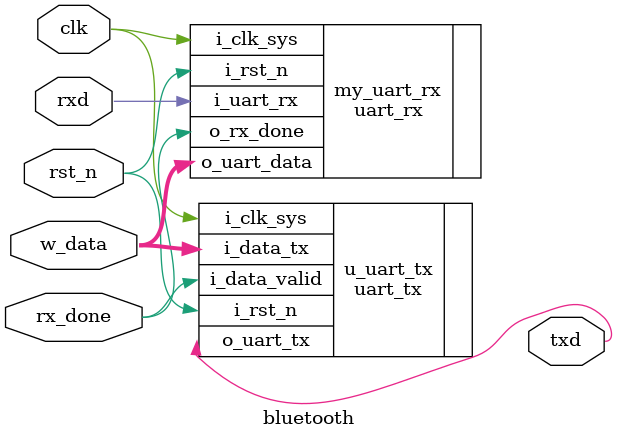
<source format=v>
`timescale 1ns / 1ps


module bluetooth(
    input clk,          //ÏµÍ³Ê±ÖÓ
    input rst_n,        //¸´Î»
    input rxd,    //MISO
    inout rx_done,      //À¶ÑÀÊäÈë½áÊø
    inout [7 : 0] w_data,//Êý¾Ý
    output  txd         //MOSI
    );
    
    uart_rx  my_uart_rx
    (
        .i_clk_sys(clk),        //ÏµÍ³Ê±ÖÓ
        .i_rst_n(rst_n),        //È«¾ÖÒì²½¸´Î»,µÍµçÆ½ÓÐÐ§
        .i_uart_rx(rxd),  //UARTÊäÈë
        .o_uart_data(w_data),   //UART½ÓÊÕÊý¾Ý
        .o_rx_done(rx_done)     //UARTÊý¾Ý½ÓÊÕÍê³É±êÖ¾
    );
    uart_tx  u_uart_tx
    (   .i_clk_sys(clk),        //ÏµÍ³Ê±ÖÓ
        .i_rst_n(rst_n),        //È«¾ÖÒì²½¸´Î»
        .i_data_tx(w_data),     //´«ÊäÊý¾ÝÊäÈë
        .i_data_valid(rx_done), //´«ÊäÊý¾ÝÓÐÐ§
        .o_uart_tx(txd)         //UARTÊä³ö
     );
endmodule
</source>
